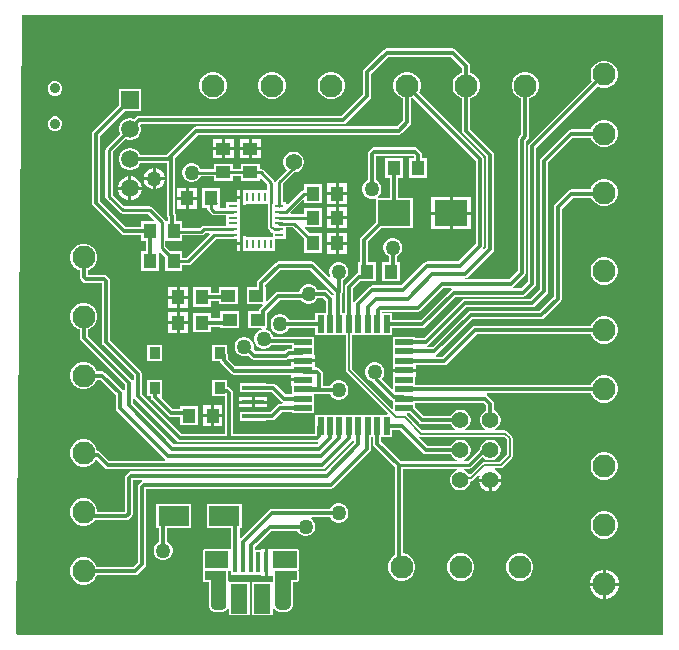
<source format=gtl>
G04*
G04 #@! TF.GenerationSoftware,Altium Limited,Altium Designer,23.3.1 (30)*
G04*
G04 Layer_Physical_Order=1*
G04 Layer_Color=255*
%FSLAX25Y25*%
%MOIN*%
G70*
G04*
G04 #@! TF.SameCoordinates,C0566122-47CB-4EAD-8267-09603FDD0119*
G04*
G04*
G04 #@! TF.FilePolarity,Positive*
G04*
G01*
G75*
%ADD12C,0.00600*%
%ADD15C,0.01000*%
%ADD37R,0.04488X0.05000*%
%ADD38R,0.03543X0.03937*%
%ADD39R,0.07480X0.01575*%
%ADD40R,0.05000X0.04488*%
%ADD41R,0.11024X0.08661*%
%ADD42R,0.02165X0.05906*%
%ADD43R,0.05906X0.02165*%
%ADD44R,0.04921X0.04331*%
%ADD45R,0.05610X0.09843*%
%ADD46R,0.01575X0.06890*%
%ADD47R,0.03110X0.01024*%
%ADD48R,0.01024X0.03110*%
%ADD49R,0.10433X0.06890*%
%ADD50C,0.01300*%
%ADD51C,0.01299*%
%ADD52C,0.01200*%
%ADD53C,0.03543*%
%ADD54C,0.05937*%
%ADD55R,0.05937X0.05937*%
%ADD56C,0.07677*%
%ADD57C,0.05512*%
%ADD58O,0.04724X0.09449*%
%ADD59O,0.02874X0.05748*%
%ADD60C,0.05000*%
G36*
X386500Y110000D02*
X171355D01*
X171003Y110355D01*
X173000Y316500D01*
X386500D01*
Y110000D01*
D02*
G37*
%LPC*%
G36*
X294500Y305377D02*
X293973Y305272D01*
X293527Y304973D01*
X287027Y298473D01*
X286728Y298027D01*
X286624Y297500D01*
Y290070D01*
X279430Y282876D01*
X212012D01*
X211485Y282772D01*
X211038Y282473D01*
X210384Y281819D01*
X210349Y281840D01*
X209416Y282090D01*
X208450D01*
X207517Y281840D01*
X206680Y281357D01*
X205997Y280674D01*
X205515Y279837D01*
X205264Y278904D01*
Y277938D01*
X205515Y277005D01*
X205614Y276833D01*
X201135Y272353D01*
X200870Y271956D01*
X200777Y271488D01*
Y256000D01*
X200870Y255532D01*
X201135Y255135D01*
X205635Y250635D01*
X206032Y250370D01*
X206500Y250276D01*
X214993D01*
X217108Y248162D01*
X216916Y247700D01*
X212556D01*
Y245877D01*
X207570D01*
X198876Y254570D01*
Y276261D01*
X207211Y284595D01*
X212601D01*
Y291932D01*
X205264D01*
Y286542D01*
X196527Y277804D01*
X196228Y277358D01*
X196124Y276831D01*
Y254000D01*
X196228Y253473D01*
X196527Y253027D01*
X206027Y243527D01*
X206473Y243228D01*
X207000Y243124D01*
X212556D01*
Y241300D01*
X214124D01*
Y237700D01*
X212560D01*
Y231300D01*
X218448D01*
X218448Y237320D01*
Y237340D01*
Y237340D01*
X218448Y237367D01*
X218535Y237403D01*
X218948Y237574D01*
X220552Y235970D01*
Y231300D01*
X226441D01*
Y233149D01*
X228372D01*
X228840Y233242D01*
X229237Y233507D01*
X237586Y241855D01*
X243244D01*
X243303Y241867D01*
X244567D01*
Y240744D01*
X245579D01*
Y242799D01*
X245499D01*
Y243835D01*
Y245804D01*
Y247772D01*
Y249741D01*
Y251709D01*
Y253201D01*
X245579D01*
Y255256D01*
X244567D01*
Y254133D01*
X240989D01*
Y252223D01*
X239412D01*
X238944Y252300D01*
Y258700D01*
X233056D01*
Y252300D01*
X234776D01*
Y252000D01*
X234870Y251532D01*
X235135Y251135D01*
X236135Y250135D01*
X236532Y249870D01*
X237000Y249777D01*
X240989D01*
Y246271D01*
X233547D01*
X233079Y246178D01*
X232682Y245912D01*
X232237Y245468D01*
X226436D01*
Y247700D01*
X224440D01*
Y249436D01*
X224440Y249436D01*
X224336Y249963D01*
X224037Y250410D01*
X224037Y250410D01*
X223877Y250570D01*
Y268930D01*
X231570Y276624D01*
X298500D01*
X299027Y276728D01*
X299473Y277027D01*
X302288Y279842D01*
X302587Y280288D01*
X302691Y280815D01*
Y288670D01*
X303067Y288771D01*
X303204Y288850D01*
X324124Y267930D01*
Y240070D01*
X318430Y234377D01*
X308000D01*
X308000Y234377D01*
X307473Y234272D01*
X307027Y233973D01*
X299430Y226377D01*
X289762D01*
X289761Y226377D01*
X289235Y226272D01*
X288788Y225973D01*
X284102Y221287D01*
X283803Y220840D01*
X283802Y220833D01*
X283302Y220882D01*
Y225355D01*
X285720Y227773D01*
X286410D01*
X286543Y227800D01*
X290948D01*
Y234200D01*
X288376D01*
Y241060D01*
X292786Y245469D01*
X303263D01*
Y255531D01*
X298384D01*
Y262300D01*
X299952D01*
Y268700D01*
X294064D01*
Y262300D01*
X295631D01*
Y255531D01*
X291734D01*
X291654Y255651D01*
X291556Y256031D01*
X292061Y256535D01*
X292482Y257265D01*
X292700Y258079D01*
Y258921D01*
X292482Y259735D01*
X292061Y260465D01*
X291465Y261061D01*
X290877Y261400D01*
Y269623D01*
X303430D01*
X303624Y269430D01*
Y268700D01*
X302056D01*
Y262300D01*
X307944D01*
Y268700D01*
X306377D01*
Y270000D01*
X306272Y270527D01*
X305973Y270973D01*
X305973Y270973D01*
X304973Y271973D01*
X304527Y272272D01*
X304000Y272376D01*
X290262D01*
X290262Y272376D01*
X289735Y272272D01*
X289288Y271973D01*
X289288Y271973D01*
X288527Y271212D01*
X288228Y270765D01*
X288123Y270238D01*
Y261400D01*
X287535Y261061D01*
X286939Y260465D01*
X286518Y259735D01*
X286300Y258921D01*
Y258079D01*
X286518Y257265D01*
X286939Y256535D01*
X287535Y255939D01*
X288265Y255518D01*
X289079Y255300D01*
X289921D01*
X290339Y255412D01*
X290839Y255028D01*
Y247416D01*
X286027Y242603D01*
X285728Y242157D01*
X285624Y241630D01*
Y234200D01*
X285060D01*
Y230508D01*
X284623Y230422D01*
X284177Y230123D01*
X284177Y230123D01*
X280952Y226899D01*
X280654Y226452D01*
X280549Y225925D01*
Y217082D01*
X279719D01*
Y223709D01*
X279772Y223787D01*
X279876Y224314D01*
Y228100D01*
X280465Y228439D01*
X281061Y229035D01*
X281482Y229765D01*
X281700Y230579D01*
Y231421D01*
X281482Y232235D01*
X281061Y232965D01*
X280465Y233561D01*
X279735Y233982D01*
X278921Y234200D01*
X278079D01*
X277265Y233982D01*
X276535Y233561D01*
X275939Y232965D01*
X275518Y232235D01*
X275300Y231421D01*
Y230579D01*
X275518Y229765D01*
X275695Y229459D01*
X275294Y229152D01*
X270473Y233973D01*
X270027Y234272D01*
X269500Y234377D01*
X258500D01*
X257973Y234272D01*
X257527Y233973D01*
X251653Y228099D01*
X251354Y227653D01*
X251250Y227126D01*
Y225865D01*
X247839D01*
Y220135D01*
X253035D01*
X253226Y219673D01*
X252337Y218784D01*
X252039Y218337D01*
X251945Y217865D01*
X248339D01*
Y212135D01*
X252769D01*
X252835Y211635D01*
X252265Y211482D01*
X251535Y211061D01*
X250939Y210465D01*
X250518Y209735D01*
X250300Y208921D01*
Y208079D01*
X250518Y207265D01*
X250939Y206535D01*
X251535Y205939D01*
X252265Y205518D01*
X253079Y205300D01*
X253921D01*
X254735Y205518D01*
X255465Y205939D01*
X256061Y206535D01*
X256086Y206580D01*
X262918D01*
Y205318D01*
X261941D01*
X261941Y205318D01*
X261415Y205213D01*
X260968Y204915D01*
X260430Y204376D01*
X250863D01*
X250086Y205154D01*
X250200Y205579D01*
Y206421D01*
X249982Y207235D01*
X249561Y207965D01*
X248965Y208561D01*
X248235Y208982D01*
X247421Y209200D01*
X246579D01*
X245765Y208982D01*
X245035Y208561D01*
X244439Y207965D01*
X244018Y207235D01*
X243800Y206421D01*
Y205579D01*
X244018Y204765D01*
X244439Y204035D01*
X245035Y203439D01*
X245765Y203018D01*
X246579Y202800D01*
X247421D01*
X248235Y203018D01*
X248294Y203052D01*
X249320Y202027D01*
X249766Y201728D01*
X250293Y201624D01*
X261000D01*
X261527Y201728D01*
X261973Y202027D01*
X262118Y202171D01*
X262618Y201964D01*
Y201724D01*
X270524D01*
Y203307D01*
X270223D01*
Y205741D01*
Y209306D01*
X266271D01*
X266138Y209333D01*
X256590D01*
X256482Y209735D01*
X256061Y210465D01*
X255465Y211061D01*
X254735Y211482D01*
X254165Y211635D01*
X254231Y212135D01*
X254661D01*
Y216382D01*
X254687Y216515D01*
Y217241D01*
X258974Y221527D01*
X265948D01*
X266535Y220939D01*
X267265Y220518D01*
X268079Y220300D01*
X268921D01*
X269735Y220518D01*
X270465Y220939D01*
X271061Y221535D01*
X271400Y222124D01*
X273430D01*
X274250Y221304D01*
Y217082D01*
X270694D01*
Y214877D01*
X261900D01*
X261561Y215465D01*
X260965Y216061D01*
X260235Y216482D01*
X259421Y216700D01*
X258579D01*
X257765Y216482D01*
X257035Y216061D01*
X256439Y215465D01*
X256018Y214735D01*
X255800Y213921D01*
Y213079D01*
X256018Y212265D01*
X256439Y211535D01*
X257035Y210939D01*
X257765Y210518D01*
X258579Y210300D01*
X259421D01*
X260235Y210518D01*
X260965Y210939D01*
X261561Y211535D01*
X261900Y212123D01*
X270694D01*
Y209776D01*
X280906D01*
Y198075D01*
X280983Y197685D01*
X281204Y197354D01*
X294873Y183686D01*
X294681Y183224D01*
X270694D01*
Y179271D01*
X270667Y179138D01*
Y176876D01*
X243376D01*
Y190515D01*
X243271Y191041D01*
X242973Y191488D01*
X242212Y192249D01*
X241765Y192547D01*
X241298Y192640D01*
Y194763D01*
X236355D01*
Y189426D01*
X240624D01*
Y176876D01*
X226070D01*
X212877Y190070D01*
Y197000D01*
X212877Y197000D01*
X212772Y197527D01*
X212473Y197973D01*
X202377Y208070D01*
Y227738D01*
X202377Y227738D01*
X202272Y228265D01*
X201973Y228712D01*
X201973Y228712D01*
X201212Y229473D01*
X200765Y229772D01*
X200238Y229876D01*
X194876D01*
Y231355D01*
X195252Y231456D01*
X196287Y232053D01*
X197132Y232898D01*
X197729Y233933D01*
X198039Y235087D01*
Y236282D01*
X197729Y237437D01*
X197132Y238472D01*
X196287Y239317D01*
X195252Y239914D01*
X194097Y240224D01*
X192903D01*
X191748Y239914D01*
X190713Y239317D01*
X189868Y238472D01*
X189271Y237437D01*
X188961Y236282D01*
Y235087D01*
X189271Y233933D01*
X189868Y232898D01*
X190713Y232053D01*
X191748Y231456D01*
X192124Y231355D01*
Y229261D01*
X192228Y228735D01*
X192527Y228288D01*
X193288Y227527D01*
X193288Y227527D01*
X193735Y227228D01*
X194262Y227123D01*
X194262Y227123D01*
X199624D01*
Y207500D01*
X199728Y206973D01*
X200027Y206527D01*
X210123Y196430D01*
Y195035D01*
X210048Y194984D01*
X209473Y194973D01*
X209473Y194973D01*
X194876Y209570D01*
Y211670D01*
X195252Y211771D01*
X196287Y212368D01*
X197132Y213213D01*
X197729Y214248D01*
X198039Y215402D01*
Y216598D01*
X197729Y217752D01*
X197132Y218787D01*
X196287Y219632D01*
X195252Y220229D01*
X194097Y220538D01*
X192903D01*
X191748Y220229D01*
X190713Y219632D01*
X189868Y218787D01*
X189271Y217752D01*
X188961Y216598D01*
Y215402D01*
X189271Y214248D01*
X189868Y213213D01*
X190713Y212368D01*
X191748Y211771D01*
X192124Y211670D01*
Y209000D01*
X192228Y208473D01*
X192527Y208027D01*
X207123Y193430D01*
Y191400D01*
X206624Y191249D01*
X206473Y191473D01*
X200658Y197288D01*
X200212Y197587D01*
X199685Y197691D01*
X197830D01*
X197729Y198067D01*
X197132Y199102D01*
X196287Y199947D01*
X195252Y200544D01*
X194097Y200853D01*
X192903D01*
X191748Y200544D01*
X190713Y199947D01*
X189868Y199102D01*
X189271Y198067D01*
X188961Y196913D01*
Y195718D01*
X189271Y194563D01*
X189868Y193528D01*
X190713Y192683D01*
X191748Y192086D01*
X192903Y191776D01*
X194097D01*
X195252Y192086D01*
X196287Y192683D01*
X197132Y193528D01*
X197729Y194563D01*
X197830Y194939D01*
X199115D01*
X204124Y189930D01*
Y185500D01*
X204228Y184973D01*
X204527Y184527D01*
X220527Y168527D01*
X220752Y168376D01*
X220600Y167876D01*
X202020D01*
X199241Y170655D01*
X198795Y170954D01*
X198268Y171058D01*
X198039D01*
Y171098D01*
X197729Y172252D01*
X197132Y173287D01*
X196287Y174132D01*
X195252Y174729D01*
X194097Y175039D01*
X192903D01*
X191748Y174729D01*
X190713Y174132D01*
X189868Y173287D01*
X189271Y172252D01*
X188961Y171098D01*
Y169903D01*
X189271Y168748D01*
X189868Y167713D01*
X190713Y166868D01*
X191748Y166271D01*
X192903Y165961D01*
X194097D01*
X195252Y166271D01*
X196287Y166868D01*
X197132Y167713D01*
X197313Y168027D01*
X197912Y168092D01*
X200477Y165527D01*
X200477Y165527D01*
X200923Y165228D01*
X201450Y165124D01*
X273000D01*
X273527Y165228D01*
X273973Y165527D01*
X282898Y174452D01*
X283123Y174789D01*
X283624Y174676D01*
Y174070D01*
X273930Y164376D01*
X209262D01*
X209261Y164376D01*
X208735Y164272D01*
X208288Y163973D01*
X208288Y163973D01*
X207527Y163212D01*
X207228Y162765D01*
X207123Y162239D01*
Y150876D01*
X198039D01*
Y151412D01*
X197729Y152567D01*
X197132Y153602D01*
X196287Y154447D01*
X195252Y155044D01*
X194097Y155354D01*
X192903D01*
X191748Y155044D01*
X190713Y154447D01*
X189868Y153602D01*
X189271Y152567D01*
X188961Y151412D01*
Y150217D01*
X189271Y149063D01*
X189868Y148028D01*
X190713Y147183D01*
X191748Y146586D01*
X192903Y146276D01*
X194097D01*
X195252Y146586D01*
X196287Y147183D01*
X197132Y148028D01*
X197187Y148124D01*
X207738D01*
X208265Y148228D01*
X208712Y148527D01*
X209473Y149288D01*
X209473Y149288D01*
X209772Y149735D01*
X209876Y150261D01*
X209876Y150262D01*
Y161624D01*
X212861D01*
X213013Y161124D01*
X212788Y160973D01*
X212788Y160973D01*
X212027Y160212D01*
X211728Y159765D01*
X211624Y159239D01*
Y134070D01*
X210060Y132506D01*
X197830D01*
X197729Y132882D01*
X197132Y133917D01*
X196287Y134762D01*
X195252Y135359D01*
X194097Y135669D01*
X192903D01*
X191748Y135359D01*
X190713Y134762D01*
X189868Y133917D01*
X189271Y132882D01*
X188961Y131728D01*
Y130533D01*
X189271Y129378D01*
X189868Y128343D01*
X190713Y127498D01*
X191748Y126901D01*
X192903Y126591D01*
X194097D01*
X195252Y126901D01*
X196287Y127498D01*
X197132Y128343D01*
X197729Y129378D01*
X197830Y129753D01*
X210630D01*
X211157Y129858D01*
X211603Y130157D01*
X213973Y132527D01*
X213973Y132527D01*
X214272Y132973D01*
X214376Y133500D01*
X214376Y133500D01*
Y158624D01*
X276000D01*
X276527Y158728D01*
X276973Y159027D01*
X288973Y171027D01*
X289272Y171473D01*
X289376Y172000D01*
Y175918D01*
X289998D01*
Y173626D01*
X290102Y173099D01*
X290401Y172653D01*
X297124Y165930D01*
Y136369D01*
X296713Y136132D01*
X295868Y135287D01*
X295271Y134252D01*
X294961Y133098D01*
Y131903D01*
X295271Y130748D01*
X295868Y129713D01*
X296713Y128868D01*
X297748Y128271D01*
X298903Y127961D01*
X300097D01*
X301252Y128271D01*
X302287Y128868D01*
X303132Y129713D01*
X303729Y130748D01*
X304039Y131903D01*
Y133098D01*
X303729Y134252D01*
X303132Y135287D01*
X302287Y136132D01*
X301252Y136729D01*
X300097Y137039D01*
X299876D01*
Y165277D01*
X317810D01*
X317875Y164777D01*
X317666Y164720D01*
X316878Y164265D01*
X316235Y163622D01*
X315780Y162834D01*
X315544Y161955D01*
Y161045D01*
X315780Y160166D01*
X316235Y159378D01*
X316878Y158735D01*
X317666Y158280D01*
X318545Y158044D01*
X319455D01*
X320334Y158280D01*
X321122Y158735D01*
X321765Y159378D01*
X322220Y160166D01*
X322456Y161045D01*
Y161136D01*
X322656D01*
X323046Y161214D01*
X323377Y161435D01*
X325016Y163074D01*
X325464Y162815D01*
X325246Y162000D01*
X332754D01*
X332500Y162950D01*
X332006Y163806D01*
X331306Y164506D01*
X330484Y164980D01*
X330470Y165027D01*
X330711Y165480D01*
X332500D01*
X332890Y165558D01*
X333221Y165779D01*
X336221Y168779D01*
X336442Y169110D01*
X336520Y169500D01*
Y175500D01*
X336442Y175890D01*
X336221Y176221D01*
X334721Y177721D01*
X334390Y177942D01*
X334000Y178020D01*
X330884D01*
X330750Y178520D01*
X331122Y178735D01*
X331765Y179378D01*
X332220Y180166D01*
X332456Y181045D01*
Y181955D01*
X332220Y182834D01*
X331765Y183622D01*
X331122Y184265D01*
X330377Y184696D01*
Y187000D01*
X330272Y187527D01*
X329973Y187973D01*
X328347Y189599D01*
X327901Y189898D01*
X327794Y189919D01*
X327843Y190419D01*
X362675D01*
X362771Y190063D01*
X363368Y189028D01*
X364213Y188183D01*
X365248Y187586D01*
X366403Y187276D01*
X367598D01*
X368752Y187586D01*
X369787Y188183D01*
X370632Y189028D01*
X371229Y190063D01*
X371539Y191218D01*
Y192412D01*
X371229Y193567D01*
X370632Y194602D01*
X369787Y195447D01*
X368752Y196044D01*
X367598Y196354D01*
X366403D01*
X365248Y196044D01*
X364213Y195447D01*
X363368Y194602D01*
X362771Y193567D01*
X362665Y193172D01*
X304082D01*
Y195992D01*
X304382D01*
Y197575D01*
X296477D01*
Y195992D01*
X296777D01*
Y191942D01*
X296315Y191751D01*
X292795Y195270D01*
X293061Y195535D01*
X293482Y196265D01*
X293700Y197079D01*
Y197921D01*
X293482Y198735D01*
X293061Y199465D01*
X292465Y200061D01*
X291735Y200482D01*
X290921Y200700D01*
X290079D01*
X289265Y200482D01*
X288535Y200061D01*
X287939Y199465D01*
X287518Y198735D01*
X287300Y197921D01*
Y197079D01*
X287518Y196265D01*
X287939Y195535D01*
X288535Y194939D01*
X289265Y194518D01*
X289974Y194328D01*
X290235Y193938D01*
X296087Y188085D01*
X296533Y187787D01*
X296777Y187739D01*
Y185319D01*
X296315Y185127D01*
X282945Y198497D01*
Y209776D01*
X296306D01*
Y212053D01*
X306429D01*
X306956Y212158D01*
X307402Y212456D01*
X317570Y222623D01*
X340000D01*
X340527Y222728D01*
X340973Y223027D01*
X343973Y226027D01*
X344272Y226473D01*
X344376Y227000D01*
Y272115D01*
X364912Y292650D01*
X365248Y292456D01*
X366403Y292146D01*
X367598D01*
X368752Y292456D01*
X369787Y293053D01*
X370632Y293898D01*
X371229Y294933D01*
X371539Y296088D01*
Y297283D01*
X371229Y298437D01*
X370632Y299472D01*
X369787Y300317D01*
X368752Y300914D01*
X367598Y301224D01*
X366403D01*
X365248Y300914D01*
X364213Y300317D01*
X363368Y299472D01*
X362771Y298437D01*
X362461Y297283D01*
Y296088D01*
X362771Y294933D01*
X362965Y294597D01*
X342027Y273658D01*
X341728Y273212D01*
X341623Y272685D01*
Y227570D01*
X339430Y225377D01*
X336900D01*
X336748Y225876D01*
X336973Y226027D01*
X340473Y229527D01*
X340772Y229973D01*
X340877Y230500D01*
X340877Y230500D01*
Y274430D01*
X341658Y275212D01*
X341658Y275212D01*
X341957Y275658D01*
X342061Y276185D01*
Y288670D01*
X342437Y288771D01*
X343472Y289368D01*
X344317Y290213D01*
X344914Y291248D01*
X345224Y292403D01*
Y293598D01*
X344914Y294752D01*
X344317Y295787D01*
X343472Y296632D01*
X342437Y297229D01*
X341283Y297539D01*
X340088D01*
X338933Y297229D01*
X337898Y296632D01*
X337053Y295787D01*
X336456Y294752D01*
X336146Y293598D01*
Y292403D01*
X336456Y291248D01*
X337053Y290213D01*
X337898Y289368D01*
X338933Y288771D01*
X339309Y288670D01*
Y276755D01*
X338527Y275973D01*
X338228Y275527D01*
X338123Y275000D01*
Y231070D01*
X335430Y228377D01*
X320757D01*
X320750Y228873D01*
X321277Y228978D01*
X321723Y229277D01*
X329973Y237527D01*
X330272Y237973D01*
X330377Y238500D01*
Y270000D01*
X330377Y270000D01*
X330272Y270527D01*
X329973Y270973D01*
X322376Y278570D01*
Y288670D01*
X322752Y288771D01*
X323787Y289368D01*
X324632Y290213D01*
X325229Y291248D01*
X325539Y292403D01*
Y293598D01*
X325229Y294752D01*
X324632Y295787D01*
X323787Y296632D01*
X322752Y297229D01*
X322376Y297330D01*
Y299500D01*
X322272Y300027D01*
X321973Y300473D01*
X317473Y304973D01*
X317027Y305272D01*
X316500Y305377D01*
X294500D01*
X294500Y305377D01*
D02*
G37*
G36*
X184421Y294519D02*
X183438D01*
X182529Y294143D01*
X181834Y293447D01*
X181457Y292539D01*
Y291556D01*
X181834Y290647D01*
X182529Y289952D01*
X183438Y289576D01*
X184421D01*
X185329Y289952D01*
X186024Y290647D01*
X186401Y291556D01*
Y292539D01*
X186024Y293447D01*
X185329Y294143D01*
X184421Y294519D01*
D02*
G37*
G36*
X276597Y297539D02*
X275402D01*
X274248Y297229D01*
X273213Y296632D01*
X272368Y295787D01*
X271771Y294752D01*
X271461Y293598D01*
Y292403D01*
X271771Y291248D01*
X272368Y290213D01*
X273213Y289368D01*
X274248Y288771D01*
X275402Y288461D01*
X276597D01*
X277752Y288771D01*
X278787Y289368D01*
X279632Y290213D01*
X280229Y291248D01*
X280539Y292403D01*
Y293598D01*
X280229Y294752D01*
X279632Y295787D01*
X278787Y296632D01*
X277752Y297229D01*
X276597Y297539D01*
D02*
G37*
G36*
X256912D02*
X255717D01*
X254563Y297229D01*
X253528Y296632D01*
X252683Y295787D01*
X252086Y294752D01*
X251776Y293598D01*
Y292403D01*
X252086Y291248D01*
X252683Y290213D01*
X253528Y289368D01*
X254563Y288771D01*
X255717Y288461D01*
X256912D01*
X258067Y288771D01*
X259102Y289368D01*
X259947Y290213D01*
X260544Y291248D01*
X260854Y292403D01*
Y293598D01*
X260544Y294752D01*
X259947Y295787D01*
X259102Y296632D01*
X258067Y297229D01*
X256912Y297539D01*
D02*
G37*
G36*
X237228D02*
X236033D01*
X234878Y297229D01*
X233843Y296632D01*
X232998Y295787D01*
X232401Y294752D01*
X232091Y293598D01*
Y292403D01*
X232401Y291248D01*
X232998Y290213D01*
X233843Y289368D01*
X234878Y288771D01*
X236033Y288461D01*
X237228D01*
X238382Y288771D01*
X239417Y289368D01*
X240262Y290213D01*
X240859Y291248D01*
X241169Y292403D01*
Y293598D01*
X240859Y294752D01*
X240262Y295787D01*
X239417Y296632D01*
X238382Y297229D01*
X237228Y297539D01*
D02*
G37*
G36*
X184421Y282708D02*
X183438D01*
X182529Y282332D01*
X181834Y281636D01*
X181457Y280728D01*
Y279745D01*
X181834Y278836D01*
X182529Y278141D01*
X183438Y277765D01*
X184421D01*
X185329Y278141D01*
X186024Y278836D01*
X186401Y279745D01*
Y280728D01*
X186024Y281636D01*
X185329Y282332D01*
X184421Y282708D01*
D02*
G37*
G36*
X252500Y275240D02*
X249500D01*
Y272496D01*
X252500D01*
Y275240D01*
D02*
G37*
G36*
X243500D02*
X240500D01*
Y272496D01*
X243500D01*
Y275240D01*
D02*
G37*
G36*
X248500D02*
X245500D01*
Y272496D01*
X248500D01*
Y275240D01*
D02*
G37*
G36*
X239500D02*
X236500D01*
Y272496D01*
X239500D01*
Y275240D01*
D02*
G37*
G36*
X367598Y281539D02*
X366403D01*
X365248Y281229D01*
X364213Y280632D01*
X363368Y279787D01*
X362771Y278752D01*
X362670Y278377D01*
X356000D01*
X355473Y278272D01*
X355027Y277973D01*
X346027Y268973D01*
X345728Y268527D01*
X345623Y268000D01*
Y225070D01*
X342430Y221877D01*
X320500D01*
X319973Y221772D01*
X319527Y221473D01*
X306954Y208900D01*
X304082D01*
Y209306D01*
X296777D01*
Y205741D01*
Y202591D01*
Y200157D01*
X296477D01*
Y198575D01*
X304382D01*
Y199848D01*
X313724D01*
X314251Y199953D01*
X314698Y200251D01*
X324570Y210123D01*
X362670D01*
X362771Y209748D01*
X363368Y208713D01*
X364213Y207868D01*
X365248Y207271D01*
X366403Y206961D01*
X367598D01*
X368752Y207271D01*
X369787Y207868D01*
X370632Y208713D01*
X371229Y209748D01*
X371539Y210903D01*
Y212098D01*
X371229Y213252D01*
X370632Y214287D01*
X369787Y215132D01*
X368752Y215729D01*
X367598Y216039D01*
X366403D01*
X365248Y215729D01*
X364213Y215132D01*
X363368Y214287D01*
X362771Y213252D01*
X362670Y212877D01*
X324000D01*
X323473Y212772D01*
X323027Y212473D01*
X313154Y202601D01*
X310943D01*
X310893Y203101D01*
X310901Y203102D01*
X311347Y203401D01*
X323070Y215124D01*
X346000D01*
X346527Y215228D01*
X346973Y215527D01*
X352473Y221027D01*
X352473Y221027D01*
X352772Y221473D01*
X352876Y222000D01*
Y251930D01*
X356570Y255624D01*
X362755D01*
X362771Y255563D01*
X363368Y254528D01*
X364213Y253683D01*
X365248Y253086D01*
X366403Y252776D01*
X367598D01*
X368752Y253086D01*
X369787Y253683D01*
X370632Y254528D01*
X371229Y255563D01*
X371539Y256717D01*
Y257912D01*
X371229Y259067D01*
X370632Y260102D01*
X369787Y260947D01*
X368752Y261544D01*
X367598Y261854D01*
X366403D01*
X365248Y261544D01*
X364213Y260947D01*
X363368Y260102D01*
X362771Y259067D01*
X362586Y258377D01*
X356000D01*
X355473Y258272D01*
X355027Y257973D01*
X350527Y253473D01*
X350228Y253027D01*
X350124Y252500D01*
Y222570D01*
X345430Y217877D01*
X322500D01*
X321973Y217772D01*
X321527Y217473D01*
X321527Y217473D01*
X309804Y205750D01*
X308092D01*
X308043Y206251D01*
X308050Y206252D01*
X308497Y206550D01*
X321070Y219124D01*
X343000D01*
X343527Y219228D01*
X343973Y219527D01*
X347973Y223527D01*
X347973Y223527D01*
X348272Y223973D01*
X348376Y224500D01*
Y267430D01*
X356570Y275623D01*
X362670D01*
X362771Y275248D01*
X363368Y274213D01*
X364213Y273368D01*
X365248Y272771D01*
X366403Y272461D01*
X367598D01*
X368752Y272771D01*
X369787Y273368D01*
X370632Y274213D01*
X371229Y275248D01*
X371539Y276402D01*
Y277597D01*
X371229Y278752D01*
X370632Y279787D01*
X369787Y280632D01*
X368752Y281229D01*
X367598Y281539D01*
D02*
G37*
G36*
X252500Y271496D02*
X249500D01*
Y268752D01*
X252500D01*
Y271496D01*
D02*
G37*
G36*
X248500D02*
X245500D01*
Y268752D01*
X248500D01*
Y271496D01*
D02*
G37*
G36*
X243500D02*
X240500D01*
Y268752D01*
X243500D01*
Y271496D01*
D02*
G37*
G36*
X239500D02*
X236500D01*
Y268752D01*
X239500D01*
Y271496D01*
D02*
G37*
G36*
X263955Y270956D02*
X263045D01*
X262166Y270720D01*
X261378Y270265D01*
X260735Y269622D01*
X260280Y268834D01*
X260044Y267955D01*
Y267045D01*
X260280Y266166D01*
X260735Y265378D01*
X261191Y264921D01*
X257891Y261621D01*
X257626Y261224D01*
X257580Y260997D01*
X257071D01*
X257052Y261092D01*
X256786Y261489D01*
X253406Y264869D01*
X253009Y265134D01*
X252541Y265228D01*
X252200D01*
Y266948D01*
X245800D01*
Y265228D01*
X243200D01*
Y266948D01*
X236800D01*
Y265224D01*
X232485D01*
X232482Y265235D01*
X232061Y265965D01*
X231465Y266561D01*
X230735Y266982D01*
X229921Y267200D01*
X229079D01*
X228265Y266982D01*
X227535Y266561D01*
X226939Y265965D01*
X226518Y265235D01*
X226300Y264421D01*
Y263579D01*
X226518Y262765D01*
X226939Y262035D01*
X227535Y261439D01*
X228265Y261018D01*
X229079Y260800D01*
X229921D01*
X230735Y261018D01*
X231465Y261439D01*
X232061Y262035D01*
X232482Y262765D01*
X232485Y262776D01*
X236800D01*
Y261060D01*
X243200D01*
Y262780D01*
X245800D01*
Y261060D01*
X252200D01*
Y261961D01*
X252662Y262153D01*
X254698Y260117D01*
Y258011D01*
X247590D01*
Y258311D01*
X246579D01*
Y255756D01*
Y253201D01*
X247590D01*
Y253501D01*
X254772D01*
X254881Y253338D01*
Y245966D01*
X254959Y245575D01*
X255180Y245245D01*
X255638Y244786D01*
X255677Y244591D01*
X255942Y244194D01*
X256339Y243929D01*
X256501Y243897D01*
Y243835D01*
Y242499D01*
X247590D01*
Y242799D01*
X246579D01*
Y240244D01*
Y237689D01*
X247590D01*
Y237989D01*
X257133D01*
Y241867D01*
X261011D01*
Y245777D01*
X263253D01*
X267059Y241970D01*
Y237300D01*
X272948D01*
Y243700D01*
X268790D01*
X267190Y245300D01*
X267397Y245800D01*
X272948D01*
Y252200D01*
X267060D01*
Y250208D01*
X262591D01*
X262400Y250670D01*
X266598Y254867D01*
X267059Y254676D01*
Y253800D01*
X272948D01*
Y260200D01*
X267059D01*
Y258069D01*
X266845D01*
X266377Y257976D01*
X265980Y257710D01*
X261473Y253203D01*
X261011Y253395D01*
Y254133D01*
X259979D01*
Y260249D01*
X263774Y264044D01*
X263955D01*
X264834Y264280D01*
X265622Y264735D01*
X266265Y265378D01*
X266720Y266166D01*
X266956Y267045D01*
Y267955D01*
X266720Y268834D01*
X266265Y269622D01*
X265622Y270265D01*
X264834Y270720D01*
X263955Y270956D01*
D02*
G37*
G36*
X281240Y260500D02*
X278496D01*
Y257500D01*
X281240D01*
Y260500D01*
D02*
G37*
G36*
X277496D02*
X274752D01*
Y257500D01*
X277496D01*
Y260500D01*
D02*
G37*
G36*
X245579Y258311D02*
X244567D01*
Y256256D01*
X245579D01*
Y258311D01*
D02*
G37*
G36*
X231252Y259000D02*
X228508D01*
Y256000D01*
X231252D01*
Y259000D01*
D02*
G37*
G36*
X227508D02*
X224764D01*
Y256000D01*
X227508D01*
Y259000D01*
D02*
G37*
G36*
X281240Y256500D02*
X278496D01*
Y253500D01*
X281240D01*
Y256500D01*
D02*
G37*
G36*
X277496D02*
X274752D01*
Y253500D01*
X277496D01*
Y256500D01*
D02*
G37*
G36*
X231252Y255000D02*
X228508D01*
Y252000D01*
X231252D01*
Y255000D01*
D02*
G37*
G36*
X227508D02*
X224764D01*
Y252000D01*
X227508D01*
Y255000D01*
D02*
G37*
G36*
X322461Y255831D02*
X316449D01*
Y251000D01*
X322461D01*
Y255831D01*
D02*
G37*
G36*
X315449D02*
X309437D01*
Y251000D01*
X315449D01*
Y255831D01*
D02*
G37*
G36*
X281240Y252500D02*
X278496D01*
Y249500D01*
X281240D01*
Y252500D01*
D02*
G37*
G36*
X277496D02*
X274752D01*
Y249500D01*
X277496D01*
Y252500D01*
D02*
G37*
G36*
X281240Y248500D02*
X278496D01*
Y245500D01*
X281240D01*
Y248500D01*
D02*
G37*
G36*
X277496D02*
X274752D01*
Y245500D01*
X277496D01*
Y248500D01*
D02*
G37*
G36*
X322461Y250000D02*
X316449D01*
Y245169D01*
X322461D01*
Y250000D01*
D02*
G37*
G36*
X315449D02*
X309437D01*
Y245169D01*
X315449D01*
Y250000D01*
D02*
G37*
G36*
X281240Y244000D02*
X278496D01*
Y241000D01*
X281240D01*
Y244000D01*
D02*
G37*
G36*
X277496D02*
X274752D01*
Y241000D01*
X277496D01*
Y244000D01*
D02*
G37*
G36*
X245579Y239744D02*
X244567D01*
Y237689D01*
X245579D01*
Y239744D01*
D02*
G37*
G36*
X281240Y240000D02*
X278496D01*
Y237000D01*
X281240D01*
Y240000D01*
D02*
G37*
G36*
X277496D02*
X274752D01*
Y237000D01*
X277496D01*
Y240000D01*
D02*
G37*
G36*
X296921Y242200D02*
X296079D01*
X295265Y241982D01*
X294535Y241561D01*
X293939Y240965D01*
X293518Y240235D01*
X293300Y239421D01*
Y238579D01*
X293518Y237765D01*
X293939Y237035D01*
X294535Y236439D01*
X295124Y236100D01*
Y234200D01*
X293052D01*
Y227800D01*
X298940D01*
Y234200D01*
X297877D01*
Y236100D01*
X298465Y236439D01*
X299061Y237035D01*
X299482Y237765D01*
X299700Y238579D01*
Y239421D01*
X299482Y240235D01*
X299061Y240965D01*
X298465Y241561D01*
X297735Y241982D01*
X296921Y242200D01*
D02*
G37*
G36*
X367598Y235724D02*
X366403D01*
X365248Y235414D01*
X364213Y234817D01*
X363368Y233972D01*
X362771Y232937D01*
X362461Y231783D01*
Y230588D01*
X362771Y229433D01*
X363368Y228398D01*
X364213Y227553D01*
X365248Y226956D01*
X366403Y226646D01*
X367598D01*
X368752Y226956D01*
X369787Y227553D01*
X370632Y228398D01*
X371229Y229433D01*
X371539Y230588D01*
Y231783D01*
X371229Y232937D01*
X370632Y233972D01*
X369787Y234817D01*
X368752Y235414D01*
X367598Y235724D01*
D02*
G37*
G36*
X244909Y225865D02*
X238587D01*
Y223877D01*
X235940D01*
Y225700D01*
X230052D01*
Y219300D01*
X235940D01*
Y221124D01*
X238587D01*
Y220135D01*
X244909D01*
Y225865D01*
D02*
G37*
G36*
X228248Y226000D02*
X225504D01*
Y223000D01*
X228248D01*
Y226000D01*
D02*
G37*
G36*
X224504D02*
X221760D01*
Y223000D01*
X224504D01*
Y226000D01*
D02*
G37*
G36*
X228248Y222000D02*
X225504D01*
Y219000D01*
X228248D01*
Y222000D01*
D02*
G37*
G36*
X224504D02*
X221760D01*
Y219000D01*
X224504D01*
Y222000D01*
D02*
G37*
G36*
X245409Y217865D02*
X239087D01*
Y215376D01*
X235944D01*
Y217200D01*
X230056D01*
Y210800D01*
X235944D01*
Y212624D01*
X239087D01*
Y212135D01*
X245409D01*
Y217865D01*
D02*
G37*
G36*
X228252Y217500D02*
X225508D01*
Y214500D01*
X228252D01*
Y217500D01*
D02*
G37*
G36*
X224508D02*
X221764D01*
Y214500D01*
X224508D01*
Y217500D01*
D02*
G37*
G36*
X228252Y213500D02*
X225508D01*
Y210500D01*
X228252D01*
Y213500D01*
D02*
G37*
G36*
X224508D02*
X221764D01*
Y210500D01*
X224508D01*
Y213500D01*
D02*
G37*
G36*
X219645Y206574D02*
X214702D01*
Y201237D01*
X219645D01*
Y206574D01*
D02*
G37*
G36*
X241298D02*
X236355D01*
Y201237D01*
X238804D01*
X238888Y200814D01*
X239186Y200367D01*
X242527Y197027D01*
X242973Y196728D01*
X243500Y196624D01*
X262618D01*
Y195425D01*
X266571D01*
Y194425D01*
X262618D01*
Y192842D01*
X262918D01*
Y190002D01*
X260944D01*
X257749Y193198D01*
X257302Y193496D01*
X256776Y193601D01*
X254440D01*
Y193712D01*
X245560D01*
Y190737D01*
X254440D01*
Y190848D01*
X256206D01*
X259401Y187653D01*
X259401Y187653D01*
X259814Y187376D01*
X259819Y187340D01*
X259527Y186876D01*
X259000D01*
X258473Y186772D01*
X258027Y186473D01*
X258027Y186473D01*
X255705Y184152D01*
X254440D01*
Y184263D01*
X245560D01*
Y181288D01*
X254440D01*
Y181399D01*
X256276D01*
X256802Y181504D01*
X257249Y181802D01*
X259570Y184124D01*
X262918D01*
Y183694D01*
X270223D01*
Y186843D01*
Y190124D01*
X275600D01*
X275939Y189535D01*
X276535Y188939D01*
X277265Y188518D01*
X278079Y188300D01*
X278921D01*
X279735Y188518D01*
X280465Y188939D01*
X281061Y189535D01*
X281482Y190265D01*
X281700Y191079D01*
Y191921D01*
X281482Y192735D01*
X281061Y193465D01*
X280465Y194061D01*
X279735Y194482D01*
X278921Y194700D01*
X278079D01*
X277265Y194482D01*
X276535Y194061D01*
X275939Y193465D01*
X275600Y192876D01*
X273376D01*
Y196880D01*
X273376Y196881D01*
X273272Y197407D01*
X272973Y197854D01*
X272973Y197854D01*
X272212Y198615D01*
X271765Y198914D01*
X271238Y199019D01*
X270972D01*
X270524Y199142D01*
Y200724D01*
X262618D01*
Y199376D01*
X244070D01*
X241536Y201911D01*
Y203151D01*
X241431Y203678D01*
X241298Y203877D01*
Y206574D01*
D02*
G37*
G36*
X254740Y189287D02*
X250500D01*
Y188000D01*
X254740D01*
Y189287D01*
D02*
G37*
G36*
X249500D02*
X245260D01*
Y188000D01*
X249500D01*
Y189287D01*
D02*
G37*
G36*
X254740Y187000D02*
X250500D01*
Y185713D01*
X254740D01*
Y187000D01*
D02*
G37*
G36*
X249500D02*
X245260D01*
Y185713D01*
X249500D01*
Y187000D01*
D02*
G37*
G36*
X239744Y186500D02*
X237000D01*
Y183500D01*
X239744D01*
Y186500D01*
D02*
G37*
G36*
X236000D02*
X233256D01*
Y183500D01*
X236000D01*
Y186500D01*
D02*
G37*
G36*
X219645Y194763D02*
X214702D01*
Y189426D01*
X215970D01*
Y189154D01*
X216075Y188627D01*
X216373Y188180D01*
X221788Y182766D01*
X221788Y182766D01*
X222235Y182468D01*
X222761Y182363D01*
X225564D01*
Y179800D01*
X231452D01*
Y186200D01*
X225564D01*
Y185115D01*
X223331D01*
X219462Y188984D01*
X219645Y189426D01*
X219645D01*
Y194763D01*
D02*
G37*
G36*
X239744Y182500D02*
X237000D01*
Y179500D01*
X239744D01*
Y182500D01*
D02*
G37*
G36*
X236000D02*
X233256D01*
Y179500D01*
X236000D01*
Y182500D01*
D02*
G37*
G36*
X367598Y170724D02*
X366403D01*
X365248Y170414D01*
X364213Y169817D01*
X363368Y168972D01*
X362771Y167937D01*
X362461Y166782D01*
Y165587D01*
X362771Y164433D01*
X363368Y163398D01*
X364213Y162553D01*
X365248Y161956D01*
X366403Y161646D01*
X367598D01*
X368752Y161956D01*
X369787Y162553D01*
X370632Y163398D01*
X371229Y164433D01*
X371539Y165587D01*
Y166782D01*
X371229Y167937D01*
X370632Y168972D01*
X369787Y169817D01*
X368752Y170414D01*
X367598Y170724D01*
D02*
G37*
G36*
X332754Y161000D02*
X329500D01*
Y157746D01*
X330450Y158000D01*
X331306Y158494D01*
X332006Y159194D01*
X332500Y160050D01*
X332754Y161000D01*
D02*
G37*
G36*
X328500D02*
X325246D01*
X325500Y160050D01*
X325994Y159194D01*
X326694Y158494D01*
X327550Y158000D01*
X328500Y157746D01*
Y161000D01*
D02*
G37*
G36*
X278921Y153700D02*
X278079D01*
X277265Y153482D01*
X276535Y153061D01*
X275939Y152465D01*
X275600Y151876D01*
X256303D01*
X255777Y151772D01*
X255330Y151473D01*
X255330Y151473D01*
X245969Y142112D01*
X245469Y142320D01*
Y145355D01*
X246346D01*
Y153645D01*
X234513D01*
Y145355D01*
X242716D01*
Y138568D01*
X242278Y138322D01*
X242147Y138351D01*
X242003Y138447D01*
X241730Y138501D01*
X239805D01*
X239663Y138529D01*
X239522Y138501D01*
X233856D01*
X233583Y138447D01*
X233352Y138292D01*
X233197Y138060D01*
X233143Y137787D01*
Y132039D01*
X233197Y131766D01*
X233343Y131547D01*
X233197Y131328D01*
X233143Y131055D01*
Y128299D01*
X233197Y128026D01*
X233352Y127795D01*
X233583Y127640D01*
X233856Y127585D01*
X235209D01*
Y119835D01*
X235213Y119818D01*
X235210Y119801D01*
X235214Y119718D01*
X235218Y119635D01*
X235226Y119602D01*
X235225Y119568D01*
X235236Y119486D01*
X235243Y119467D01*
X235243Y119447D01*
X235259Y119368D01*
X235264Y119356D01*
X235264Y119343D01*
X235284Y119260D01*
X235293Y119241D01*
X235295Y119220D01*
X235318Y119141D01*
X235329Y119122D01*
X235332Y119100D01*
X235360Y119025D01*
X235365Y119016D01*
X235367Y119007D01*
X235398Y118928D01*
X235411Y118909D01*
X235416Y118887D01*
X235452Y118813D01*
X235465Y118794D01*
X235473Y118772D01*
X235512Y118701D01*
X235522Y118689D01*
X235527Y118675D01*
X235570Y118604D01*
X235577Y118597D01*
X235580Y118589D01*
X235623Y118522D01*
X235643Y118501D01*
X235655Y118476D01*
X235707Y118409D01*
X235725Y118393D01*
X235736Y118372D01*
X235792Y118309D01*
X235801Y118302D01*
X235807Y118292D01*
X235862Y118234D01*
X235882Y118219D01*
X235897Y118199D01*
X235956Y118144D01*
X235966Y118137D01*
X235973Y118128D01*
X236036Y118073D01*
X236057Y118061D01*
X236072Y118043D01*
X236139Y117992D01*
X236165Y117980D01*
X236185Y117960D01*
X236252Y117917D01*
X236261Y117913D01*
X236268Y117907D01*
X236338Y117863D01*
X236353Y117858D01*
X236364Y117849D01*
X236435Y117809D01*
X236457Y117802D01*
X236476Y117788D01*
X236551Y117753D01*
X236573Y117747D01*
X236591Y117735D01*
X236670Y117703D01*
X236680Y117702D01*
X236688Y117696D01*
X236763Y117669D01*
X236785Y117665D01*
X236805Y117655D01*
X236883Y117631D01*
X236904Y117629D01*
X236923Y117621D01*
X237006Y117601D01*
X237019Y117600D01*
X237031Y117595D01*
X237110Y117580D01*
X237130Y117580D01*
X237149Y117573D01*
X237232Y117561D01*
X237266Y117563D01*
X237299Y117555D01*
X237381Y117551D01*
X237464Y117547D01*
X237481Y117550D01*
X237498Y117546D01*
X238386D01*
X238482Y117533D01*
X238579Y117546D01*
X239467D01*
X239483Y117550D01*
X239500Y117547D01*
X239583Y117551D01*
X239666Y117555D01*
X239699Y117563D01*
X239733Y117561D01*
X239816Y117573D01*
X239834Y117580D01*
X239855Y117580D01*
X239933Y117595D01*
X239945Y117600D01*
X239959Y117601D01*
X240041Y117621D01*
X240060Y117629D01*
X240081Y117631D01*
X240160Y117655D01*
X240179Y117665D01*
X240201Y117669D01*
X240276Y117696D01*
X240285Y117702D01*
X240295Y117703D01*
X240373Y117735D01*
X240392Y117747D01*
X240414Y117753D01*
X240489Y117788D01*
X240507Y117802D01*
X240530Y117809D01*
X240601Y117849D01*
X240612Y117858D01*
X240626Y117863D01*
X240697Y117907D01*
X240704Y117913D01*
X240712Y117917D01*
X240779Y117960D01*
X240800Y117980D01*
X240825Y117992D01*
X240892Y118043D01*
X240908Y118061D01*
X240929Y118073D01*
X240992Y118128D01*
X240999Y118137D01*
X241009Y118143D01*
X241068Y118199D01*
X241082Y118219D01*
X241103Y118233D01*
X241158Y118292D01*
X241164Y118302D01*
X241173Y118309D01*
X241228Y118372D01*
X241591Y118462D01*
X241653Y118458D01*
X241824Y118424D01*
X241916Y118363D01*
Y116379D01*
X248926D01*
Y127621D01*
X242255D01*
X241916Y127621D01*
X241755Y128055D01*
Y131055D01*
X242003Y131380D01*
X242105Y131448D01*
X242537Y131283D01*
X242605Y131226D01*
Y129961D01*
X252541D01*
Y129661D01*
X253829D01*
Y134106D01*
Y138551D01*
X252541D01*
Y138251D01*
X250587D01*
Y139140D01*
X256070Y144624D01*
X264600D01*
X264939Y144035D01*
X265535Y143439D01*
X266265Y143018D01*
X267079Y142800D01*
X267921D01*
X268735Y143018D01*
X269465Y143439D01*
X270061Y144035D01*
X270482Y144765D01*
X270700Y145579D01*
Y146421D01*
X270482Y147235D01*
X270061Y147965D01*
X269465Y148561D01*
X269356Y148624D01*
X269490Y149124D01*
X275600D01*
X275939Y148535D01*
X276535Y147939D01*
X277265Y147518D01*
X278079Y147300D01*
X278921D01*
X279735Y147518D01*
X280465Y147939D01*
X281061Y148535D01*
X281482Y149265D01*
X281700Y150079D01*
Y150921D01*
X281482Y151735D01*
X281061Y152465D01*
X280465Y153061D01*
X279735Y153482D01*
X278921Y153700D01*
D02*
G37*
G36*
X367598Y151039D02*
X366403D01*
X365248Y150729D01*
X364213Y150132D01*
X363368Y149287D01*
X362771Y148252D01*
X362461Y147098D01*
Y145903D01*
X362771Y144748D01*
X363368Y143713D01*
X364213Y142868D01*
X365248Y142271D01*
X366403Y141961D01*
X367598D01*
X368752Y142271D01*
X369787Y142868D01*
X370632Y143713D01*
X371229Y144748D01*
X371539Y145903D01*
Y147098D01*
X371229Y148252D01*
X370632Y149287D01*
X369787Y150132D01*
X368752Y150729D01*
X367598Y151039D01*
D02*
G37*
G36*
X229416Y153645D02*
X217583D01*
Y145355D01*
X218623D01*
Y140900D01*
X218035Y140561D01*
X217439Y139965D01*
X217018Y139235D01*
X216800Y138421D01*
Y137579D01*
X217018Y136765D01*
X217439Y136035D01*
X218035Y135439D01*
X218765Y135018D01*
X219579Y134800D01*
X220421D01*
X221235Y135018D01*
X221965Y135439D01*
X222561Y136035D01*
X222982Y136765D01*
X223200Y137579D01*
Y138421D01*
X222982Y139235D01*
X222561Y139965D01*
X221965Y140561D01*
X221376Y140900D01*
Y145355D01*
X229416D01*
Y153645D01*
D02*
G37*
G36*
X339468Y137039D02*
X338273D01*
X337118Y136729D01*
X336083Y136132D01*
X335238Y135287D01*
X334641Y134252D01*
X334331Y133098D01*
Y131903D01*
X334641Y130748D01*
X335238Y129713D01*
X336083Y128868D01*
X337118Y128271D01*
X338273Y127961D01*
X339468D01*
X340622Y128271D01*
X341657Y128868D01*
X342502Y129713D01*
X343099Y130748D01*
X343409Y131903D01*
Y133098D01*
X343099Y134252D01*
X342502Y135287D01*
X341657Y136132D01*
X340622Y136729D01*
X339468Y137039D01*
D02*
G37*
G36*
X319782D02*
X318587D01*
X317433Y136729D01*
X316398Y136132D01*
X315553Y135287D01*
X314956Y134252D01*
X314646Y133098D01*
Y131903D01*
X314956Y130748D01*
X315553Y129713D01*
X316398Y128868D01*
X317433Y128271D01*
X318587Y127961D01*
X319782D01*
X320937Y128271D01*
X321972Y128868D01*
X322817Y129713D01*
X323414Y130748D01*
X323724Y131903D01*
Y133098D01*
X323414Y134252D01*
X322817Y135287D01*
X321972Y136132D01*
X320937Y136729D01*
X319782Y137039D01*
D02*
G37*
G36*
X367637Y131654D02*
X367500D01*
Y127315D01*
X371839D01*
Y127452D01*
X371509Y128683D01*
X370872Y129786D01*
X369971Y130687D01*
X368868Y131324D01*
X367637Y131654D01*
D02*
G37*
G36*
X366500D02*
X366363D01*
X365132Y131324D01*
X364029Y130687D01*
X363128Y129786D01*
X362491Y128683D01*
X362161Y127452D01*
Y127315D01*
X366500D01*
Y131654D01*
D02*
G37*
G36*
X371839Y126315D02*
X367500D01*
Y121976D01*
X367637D01*
X368868Y122306D01*
X369971Y122943D01*
X370872Y123844D01*
X371509Y124947D01*
X371839Y126178D01*
Y126315D01*
D02*
G37*
G36*
X366500D02*
X362161D01*
Y126178D01*
X362491Y124947D01*
X363128Y123844D01*
X364029Y122943D01*
X365132Y122306D01*
X366363Y121976D01*
X366500D01*
Y126315D01*
D02*
G37*
G36*
X256116Y138551D02*
X256116Y138551D01*
X254829D01*
Y134106D01*
Y129661D01*
X256116D01*
Y130525D01*
X256559Y130778D01*
X256666Y130698D01*
Y128054D01*
X256505Y127621D01*
X256166Y127621D01*
X249495D01*
Y116379D01*
X256505D01*
Y118364D01*
X256597Y118425D01*
X256768Y118459D01*
X256831Y118462D01*
X257193Y118372D01*
X257248Y118309D01*
X257258Y118302D01*
X257264Y118292D01*
X257319Y118234D01*
X257339Y118219D01*
X257354Y118199D01*
X257413Y118143D01*
X257422Y118137D01*
X257430Y118128D01*
X257493Y118073D01*
X257513Y118061D01*
X257529Y118043D01*
X257596Y117992D01*
X257622Y117980D01*
X257642Y117960D01*
X257709Y117917D01*
X257717Y117913D01*
X257724Y117907D01*
X257795Y117863D01*
X257809Y117858D01*
X257821Y117849D01*
X257892Y117809D01*
X257914Y117802D01*
X257933Y117788D01*
X258008Y117753D01*
X258029Y117747D01*
X258048Y117735D01*
X258127Y117703D01*
X258137Y117702D01*
X258145Y117696D01*
X258220Y117669D01*
X258242Y117665D01*
X258261Y117655D01*
X258340Y117631D01*
X258361Y117629D01*
X258380Y117621D01*
X258463Y117601D01*
X258476Y117600D01*
X258488Y117595D01*
X258567Y117580D01*
X258587Y117580D01*
X258606Y117573D01*
X258688Y117561D01*
X258722Y117563D01*
X258755Y117555D01*
X258838Y117551D01*
X258838D01*
X258921Y117547D01*
X258938Y117550D01*
X258955Y117546D01*
X259842D01*
X259939Y117533D01*
X260035Y117546D01*
X260923D01*
X260940Y117550D01*
X260957Y117547D01*
X261122Y117555D01*
X261156Y117563D01*
X261190Y117561D01*
X261272Y117573D01*
X261291Y117580D01*
X261311Y117580D01*
X261390Y117595D01*
X261402Y117600D01*
X261415Y117601D01*
X261498Y117621D01*
X261517Y117629D01*
X261538Y117631D01*
X261616Y117655D01*
X261636Y117665D01*
X261658Y117669D01*
X261733Y117696D01*
X261741Y117702D01*
X261751Y117703D01*
X261830Y117735D01*
X261849Y117747D01*
X261871Y117753D01*
X261945Y117788D01*
X261964Y117802D01*
X261986Y117809D01*
X262057Y117849D01*
X262069Y117858D01*
X262083Y117863D01*
X262154Y117907D01*
X262160Y117913D01*
X262169Y117917D01*
X262236Y117960D01*
X262257Y117980D01*
X262282Y117992D01*
X262349Y118043D01*
X262365Y118061D01*
X262385Y118073D01*
X262448Y118128D01*
X262456Y118137D01*
X262465Y118144D01*
X262524Y118199D01*
X262539Y118219D01*
X262559Y118233D01*
X262614Y118292D01*
X262620Y118302D01*
X262630Y118309D01*
X262685Y118372D01*
X262697Y118393D01*
X262715Y118409D01*
X262766Y118476D01*
X262778Y118501D01*
X262798Y118522D01*
X262841Y118589D01*
X262845Y118597D01*
X262851Y118604D01*
X262895Y118675D01*
X262900Y118689D01*
X262909Y118701D01*
X262949Y118772D01*
X262956Y118794D01*
X262970Y118813D01*
X263005Y118887D01*
X263011Y118909D01*
X263023Y118928D01*
X263054Y119007D01*
X263056Y119016D01*
X263061Y119025D01*
X263089Y119100D01*
X263092Y119122D01*
X263103Y119141D01*
X263126Y119220D01*
X263128Y119241D01*
X263137Y119260D01*
X263157Y119343D01*
X263157Y119356D01*
X263162Y119368D01*
X263178Y119447D01*
X263178Y119467D01*
X263185Y119486D01*
X263197Y119568D01*
X263195Y119602D01*
X263203Y119635D01*
X263207Y119718D01*
Y119718D01*
X263211Y119801D01*
X263208Y119818D01*
X263212Y119835D01*
Y127585D01*
X264565D01*
X264838Y127640D01*
X265070Y127795D01*
X265224Y128026D01*
X265279Y128299D01*
Y131055D01*
X265224Y131328D01*
X265078Y131547D01*
X265224Y131766D01*
X265279Y132039D01*
Y137787D01*
X265224Y138060D01*
X265070Y138292D01*
X264838Y138447D01*
X264565Y138501D01*
X258900D01*
X258758Y138529D01*
X258616Y138501D01*
X256691D01*
X256616Y138486D01*
X256116Y138551D01*
Y138551D01*
D02*
G37*
%LPD*%
G36*
X319623Y298930D02*
Y297330D01*
X319248Y297229D01*
X318213Y296632D01*
X317368Y295787D01*
X316771Y294752D01*
X316461Y293598D01*
Y292403D01*
X316771Y291248D01*
X317368Y290213D01*
X318213Y289368D01*
X319248Y288771D01*
X319623Y288670D01*
Y278000D01*
X319728Y277473D01*
X320027Y277027D01*
X327624Y269430D01*
Y239070D01*
X327064Y238510D01*
X326675Y238829D01*
X326772Y238973D01*
X326876Y239500D01*
X326876Y239500D01*
Y268500D01*
X326876Y268500D01*
X326772Y269027D01*
X326473Y269473D01*
X326473Y269473D01*
X305235Y290712D01*
X305544Y291248D01*
X305854Y292403D01*
Y293598D01*
X305544Y294752D01*
X304947Y295787D01*
X304102Y296632D01*
X303067Y297229D01*
X301912Y297539D01*
X300717D01*
X299563Y297229D01*
X298528Y296632D01*
X297683Y295787D01*
X297086Y294752D01*
X296776Y293598D01*
Y292403D01*
X297086Y291248D01*
X297683Y290213D01*
X298528Y289368D01*
X299563Y288771D01*
X299939Y288670D01*
Y281385D01*
X297930Y279377D01*
X231000D01*
X231000Y279377D01*
X230473Y279272D01*
X230027Y278973D01*
X230027Y278973D01*
X221527Y270473D01*
X221527Y270473D01*
X221009Y269955D01*
X212362D01*
X212351Y269995D01*
X211869Y270831D01*
X211186Y271514D01*
X210349Y271997D01*
X209416Y272247D01*
X208450D01*
X207517Y271997D01*
X206680Y271514D01*
X205997Y270831D01*
X205515Y269995D01*
X205264Y269062D01*
Y268096D01*
X205515Y267163D01*
X205997Y266326D01*
X206680Y265643D01*
X207517Y265160D01*
X208450Y264910D01*
X209416D01*
X210349Y265160D01*
X211186Y265643D01*
X211869Y266326D01*
X212351Y267163D01*
X212362Y267202D01*
X221124D01*
Y250000D01*
X221228Y249473D01*
X221527Y249027D01*
X221687Y248866D01*
Y247700D01*
X220684D01*
X220630Y247968D01*
X220365Y248365D01*
X216365Y252365D01*
X215968Y252630D01*
X215500Y252724D01*
X207007D01*
X203223Y256507D01*
Y270981D01*
X207344Y275102D01*
X207517Y275003D01*
X208450Y274753D01*
X209416D01*
X210349Y275003D01*
X211186Y275486D01*
X211869Y276169D01*
X212351Y277005D01*
X212601Y277938D01*
Y278904D01*
X212387Y279704D01*
X212656Y280049D01*
X212763Y280123D01*
X280000D01*
X280527Y280228D01*
X280973Y280527D01*
X288973Y288527D01*
X289272Y288973D01*
X289376Y289500D01*
X289376Y289500D01*
Y296930D01*
X295070Y302624D01*
X315930D01*
X319623Y298930D01*
D02*
G37*
G36*
X235631Y243362D02*
X227865Y235596D01*
X226441D01*
Y237700D01*
X222283D01*
X220724Y239259D01*
Y241300D01*
X226436D01*
Y243021D01*
X232744D01*
X233212Y243114D01*
X233609Y243379D01*
X234054Y243824D01*
X235440D01*
X235631Y243362D01*
D02*
G37*
G36*
X276922Y223632D02*
X276873Y223206D01*
X276410Y223037D01*
X274973Y224473D01*
X274527Y224772D01*
X274000Y224876D01*
X271400D01*
X271061Y225465D01*
X270465Y226061D01*
X269735Y226482D01*
X268921Y226700D01*
X268079D01*
X267265Y226482D01*
X266535Y226061D01*
X265939Y225465D01*
X265518Y224735D01*
X265396Y224280D01*
X258403D01*
X258403Y224280D01*
X257877Y224175D01*
X257430Y223877D01*
X257430Y223877D01*
X254623Y221069D01*
X254161Y221260D01*
Y225865D01*
X254002D01*
Y226556D01*
X259070Y231624D01*
X268930D01*
X276922Y223632D01*
D02*
G37*
G36*
X316252Y225124D02*
X316027Y224973D01*
X305859Y214806D01*
X296306D01*
Y217082D01*
X292877D01*
Y217623D01*
X305000D01*
X305527Y217728D01*
X305973Y218027D01*
X313570Y225623D01*
X316100D01*
X316252Y225124D01*
D02*
G37*
G36*
X327624Y186430D02*
Y184696D01*
X326878Y184265D01*
X326235Y183622D01*
X325780Y182834D01*
X325544Y181955D01*
Y181045D01*
X325780Y180166D01*
X326235Y179378D01*
X326878Y178735D01*
X327250Y178520D01*
X327116Y178020D01*
X320884D01*
X320750Y178520D01*
X321122Y178735D01*
X321765Y179378D01*
X322220Y180166D01*
X322456Y181045D01*
Y181955D01*
X322220Y182834D01*
X321765Y183622D01*
X321122Y184265D01*
X320334Y184720D01*
X319455Y184956D01*
X318545D01*
X317666Y184720D01*
X316878Y184265D01*
X316235Y183622D01*
X315804Y182876D01*
X306846D01*
X304082Y185640D01*
Y187250D01*
X326804D01*
X327624Y186430D01*
D02*
G37*
G36*
X305302Y180527D02*
X305749Y180228D01*
X306276Y180124D01*
X315804D01*
X316235Y179378D01*
X316878Y178735D01*
X317250Y178520D01*
X317116Y178020D01*
X306422D01*
X301248Y183194D01*
X301257Y183310D01*
X301413Y183694D01*
X302135D01*
X305302Y180527D01*
D02*
G37*
G36*
X210527Y188527D02*
X224527Y174527D01*
X224527Y174527D01*
X224973Y174228D01*
X225500Y174124D01*
X271282D01*
X271516Y174170D01*
X271763Y173709D01*
X271430Y173376D01*
X223570D01*
X209876Y187070D01*
Y188600D01*
X210377Y188752D01*
X210527Y188527D01*
D02*
G37*
G36*
X305610Y176058D02*
X306000Y175980D01*
X333578D01*
X334480Y175078D01*
Y169922D01*
X332078Y167520D01*
X327000D01*
X326610Y167442D01*
X326279Y167221D01*
X322459Y163401D01*
X321855Y163468D01*
X321765Y163622D01*
X321122Y164265D01*
X320334Y164720D01*
X320125Y164777D01*
X320190Y165277D01*
X322000D01*
X322468Y165370D01*
X322865Y165635D01*
X326421Y169191D01*
X326878Y168735D01*
X327666Y168280D01*
X328545Y168044D01*
X329455D01*
X330334Y168280D01*
X331122Y168735D01*
X331765Y169378D01*
X332220Y170166D01*
X332456Y171045D01*
Y171955D01*
X332220Y172834D01*
X331765Y173622D01*
X331122Y174265D01*
X330334Y174720D01*
X329455Y174956D01*
X328545D01*
X327666Y174720D01*
X326878Y174265D01*
X326235Y173622D01*
X325780Y172834D01*
X325544Y171955D01*
Y171883D01*
X325221Y171667D01*
X324922Y171221D01*
X324905Y171136D01*
X321493Y167724D01*
X320190D01*
X320125Y168224D01*
X320334Y168280D01*
X321122Y168735D01*
X321765Y169378D01*
X322220Y170166D01*
X322456Y171045D01*
Y171955D01*
X322220Y172834D01*
X321765Y173622D01*
X321122Y174265D01*
X320334Y174720D01*
X319455Y174956D01*
X318545D01*
X317666Y174720D01*
X316878Y174265D01*
X316235Y173622D01*
X315804Y172876D01*
X308070D01*
X305248Y175698D01*
X305567Y176086D01*
X305610Y176058D01*
D02*
G37*
G36*
X306527Y170527D02*
X306973Y170228D01*
X307500Y170124D01*
X307500Y170124D01*
X315804D01*
X316235Y169378D01*
X316878Y168735D01*
X317666Y168280D01*
X317875Y168224D01*
X317810Y167724D01*
X299223D01*
X292751Y174196D01*
Y175918D01*
X296306D01*
Y178124D01*
X298930D01*
X306527Y170527D01*
D02*
G37*
%LPC*%
G36*
X217500Y265490D02*
Y262500D01*
X220490D01*
X220262Y263351D01*
X219801Y264149D01*
X219149Y264801D01*
X218351Y265262D01*
X217500Y265490D01*
D02*
G37*
G36*
X216500D02*
X215649Y265262D01*
X214851Y264801D01*
X214199Y264149D01*
X213738Y263351D01*
X213510Y262500D01*
X216500D01*
Y265490D01*
D02*
G37*
G36*
X209455Y262705D02*
X209433D01*
Y259236D01*
X212901D01*
Y259259D01*
X212631Y260268D01*
X212109Y261173D01*
X211370Y261912D01*
X210465Y262434D01*
X209455Y262705D01*
D02*
G37*
G36*
X208433D02*
X208411D01*
X207401Y262434D01*
X206496Y261912D01*
X205757Y261173D01*
X205235Y260268D01*
X204964Y259259D01*
Y259236D01*
X208433D01*
Y262705D01*
D02*
G37*
G36*
X220490Y261500D02*
X217500D01*
Y258510D01*
X218351Y258738D01*
X219149Y259199D01*
X219801Y259851D01*
X220262Y260649D01*
X220490Y261500D01*
D02*
G37*
G36*
X216500D02*
X213510D01*
X213738Y260649D01*
X214199Y259851D01*
X214851Y259199D01*
X215649Y258738D01*
X216500Y258510D01*
Y261500D01*
D02*
G37*
G36*
X212901Y258236D02*
X209433D01*
Y254768D01*
X209455D01*
X210465Y255038D01*
X211370Y255561D01*
X212109Y256299D01*
X212631Y257204D01*
X212901Y258214D01*
Y258236D01*
D02*
G37*
G36*
X208433D02*
X204964D01*
Y258214D01*
X205235Y257204D01*
X205757Y256299D01*
X206496Y255561D01*
X207401Y255038D01*
X208411Y254768D01*
X208433D01*
Y258236D01*
D02*
G37*
%LPD*%
G36*
X241730Y132039D02*
X233856D01*
Y137787D01*
X241730D01*
Y132039D01*
D02*
G37*
G36*
X241041Y119835D02*
X241037Y119752D01*
X241034Y119669D01*
X241022Y119587D01*
X241006Y119508D01*
X240986Y119425D01*
X240963Y119346D01*
X240935Y119272D01*
X240904Y119193D01*
X240868Y119118D01*
X240829Y119047D01*
X240785Y118976D01*
X240742Y118909D01*
X240691Y118842D01*
X240636Y118780D01*
X240581Y118720D01*
X240522Y118665D01*
X240459Y118610D01*
X240392Y118559D01*
X240325Y118516D01*
X240254Y118472D01*
X240183Y118433D01*
X240108Y118398D01*
X240030Y118366D01*
X239955Y118339D01*
X239876Y118315D01*
X239793Y118295D01*
X239715Y118280D01*
X239632Y118268D01*
X239549Y118264D01*
X239467Y118260D01*
X237498D01*
X237415Y118264D01*
X237333Y118268D01*
X237250Y118280D01*
X237171Y118295D01*
X237089Y118315D01*
X237010Y118339D01*
X236935Y118366D01*
X236856Y118398D01*
X236782Y118433D01*
X236711Y118472D01*
X236640Y118516D01*
X236573Y118559D01*
X236506Y118610D01*
X236443Y118665D01*
X236384Y118720D01*
X236329Y118780D01*
X236274Y118842D01*
X236223Y118909D01*
X236179Y118976D01*
X236136Y119047D01*
X236097Y119118D01*
X236061Y119193D01*
X236030Y119272D01*
X236002Y119346D01*
X235978Y119425D01*
X235959Y119508D01*
X235943Y119587D01*
X235931Y119669D01*
X235927Y119752D01*
X235923Y119835D01*
Y128299D01*
X233856D01*
Y131055D01*
X241041D01*
Y119835D01*
D02*
G37*
G36*
X264565Y132039D02*
X256691D01*
Y137787D01*
X264565D01*
Y132039D01*
D02*
G37*
G36*
Y128299D02*
X262498D01*
Y119835D01*
X262494Y119752D01*
X262490Y119669D01*
X262478Y119587D01*
X262463Y119508D01*
X262443Y119425D01*
X262419Y119346D01*
X262392Y119272D01*
X262360Y119193D01*
X262325Y119118D01*
X262285Y119047D01*
X262242Y118976D01*
X262199Y118909D01*
X262148Y118842D01*
X262092Y118780D01*
X262037Y118720D01*
X261978Y118665D01*
X261915Y118610D01*
X261848Y118559D01*
X261782Y118516D01*
X261711Y118472D01*
X261640Y118433D01*
X261565Y118398D01*
X261486Y118366D01*
X261411Y118339D01*
X261333Y118315D01*
X261250Y118295D01*
X261171Y118280D01*
X261089Y118268D01*
X261006Y118264D01*
X260923Y118260D01*
X258955D01*
X258872Y118264D01*
X258789Y118268D01*
X258707Y118280D01*
X258628Y118295D01*
X258545Y118315D01*
X258467Y118339D01*
X258392Y118366D01*
X258313Y118398D01*
X258238Y118433D01*
X258167Y118472D01*
X258097Y118516D01*
X258030Y118559D01*
X257963Y118610D01*
X257900Y118665D01*
X257841Y118720D01*
X257785Y118780D01*
X257730Y118842D01*
X257679Y118909D01*
X257636Y118976D01*
X257593Y119047D01*
X257553Y119118D01*
X257518Y119193D01*
X257486Y119272D01*
X257459Y119346D01*
X257435Y119425D01*
X257415Y119508D01*
X257400Y119587D01*
X257388Y119669D01*
X257384Y119752D01*
X257380Y119835D01*
Y131055D01*
X264565D01*
Y128299D01*
D02*
G37*
D12*
X332500Y166500D02*
X335500Y169500D01*
X322656Y162156D02*
X327000Y166500D01*
X332500D01*
X335500Y169500D02*
Y175500D01*
X297500Y182500D02*
X300500D01*
X306000Y177000D01*
X334000D01*
X335500Y175500D01*
X281925Y198075D02*
Y213429D01*
Y198075D02*
X297500Y182500D01*
X319656Y162156D02*
X322656D01*
X319000Y161500D02*
X319656Y162156D01*
X255901Y245966D02*
Y253972D01*
Y245966D02*
X256807Y245059D01*
D15*
X202000Y256000D02*
Y271488D01*
X206500Y251500D02*
X215500D01*
X202000Y256000D02*
X206500Y251500D01*
X223496Y234372D02*
X228372D01*
X215500Y251500D02*
X219500Y247500D01*
Y238752D02*
Y247500D01*
X223496Y234500D02*
Y234756D01*
X219500Y238752D02*
X223496Y234756D01*
X223492Y244244D02*
X232744D01*
X233547Y245047D01*
X202000Y271488D02*
X208933Y278421D01*
X228372Y234372D02*
X237079Y243079D01*
X243244D01*
X239996Y264000D02*
X240000Y264004D01*
X229500Y264000D02*
X239996D01*
X298500Y166500D02*
X322000D01*
X326194Y170694D01*
X256807Y245059D02*
X258744D01*
X258756Y245047D01*
X255909Y255744D02*
X255921Y255756D01*
X255909Y253980D02*
Y255744D01*
X255901Y253972D02*
X255909Y253980D01*
X255921Y255756D02*
Y260624D01*
X252541Y264004D02*
X255921Y260624D01*
X266845Y256845D02*
X269849D01*
X260965Y250965D02*
X266845Y256845D01*
X258768Y250965D02*
X260965D01*
X269849Y256845D02*
X270004Y257000D01*
X263759Y247000D02*
X270004Y240756D01*
X258772Y247000D02*
X263759D01*
X263500Y265500D02*
Y267500D01*
X236000Y252000D02*
Y255500D01*
X237000Y251000D02*
X243197D01*
X236000Y252000D02*
X237000Y251000D01*
X236000Y255500D02*
X237685Y253815D01*
X233547Y245047D02*
X243244D01*
X240000Y264004D02*
X249000D01*
X252541D01*
X258756Y260756D02*
X263500Y265500D01*
X258756Y248984D02*
X269988D01*
X258756Y250953D02*
X258768Y250965D01*
X258756Y252921D02*
Y260756D01*
D37*
X236500Y183000D02*
D03*
X228508D02*
D03*
X215504Y234500D02*
D03*
X223496D02*
D03*
X228008Y255500D02*
D03*
X236000D02*
D03*
X305000Y265500D02*
D03*
X297008D02*
D03*
X288004Y231000D02*
D03*
X295996D02*
D03*
X225008Y214000D02*
D03*
X233000D02*
D03*
X277996Y249000D02*
D03*
X270004D02*
D03*
X215500Y244500D02*
D03*
X223492D02*
D03*
X277996Y240500D02*
D03*
X270004D02*
D03*
X277996Y257000D02*
D03*
X270004D02*
D03*
X225004Y222500D02*
D03*
X232996D02*
D03*
D38*
X238827Y192095D02*
D03*
X217173D02*
D03*
X238827Y203906D02*
D03*
X217173D02*
D03*
D39*
X250000Y182776D02*
D03*
Y192224D02*
D03*
Y187500D02*
D03*
D40*
X240000Y271996D02*
D03*
Y264004D02*
D03*
X249000Y271996D02*
D03*
Y264004D02*
D03*
D41*
X315949Y250500D02*
D03*
X297051D02*
D03*
D42*
X272476Y213429D02*
D03*
X275626D02*
D03*
X278776D02*
D03*
X281925D02*
D03*
X285075D02*
D03*
X288224D02*
D03*
X291374D02*
D03*
X294524D02*
D03*
Y179571D02*
D03*
X291374D02*
D03*
X288224D02*
D03*
X285075D02*
D03*
X281925D02*
D03*
X278776D02*
D03*
X275626D02*
D03*
X272476D02*
D03*
D43*
X300429Y207524D02*
D03*
Y204374D02*
D03*
Y201224D02*
D03*
Y198075D02*
D03*
Y194925D02*
D03*
Y191776D02*
D03*
Y188626D02*
D03*
Y185476D02*
D03*
X266571D02*
D03*
Y188626D02*
D03*
Y191776D02*
D03*
Y194925D02*
D03*
Y198075D02*
D03*
Y201224D02*
D03*
Y204374D02*
D03*
Y207524D02*
D03*
D44*
X241748Y223000D02*
D03*
X251000D02*
D03*
X242248Y215000D02*
D03*
X251500D02*
D03*
D45*
X253000Y122000D02*
D03*
X245421D02*
D03*
D46*
X254329Y134106D02*
D03*
X251770D02*
D03*
X249211D02*
D03*
X246652D02*
D03*
X244093D02*
D03*
D47*
X243244Y243079D02*
D03*
Y245047D02*
D03*
Y247016D02*
D03*
Y248984D02*
D03*
Y250953D02*
D03*
Y252921D02*
D03*
X258756D02*
D03*
Y250953D02*
D03*
Y248984D02*
D03*
Y247016D02*
D03*
Y245047D02*
D03*
Y243079D02*
D03*
D48*
X246079Y255756D02*
D03*
X248047D02*
D03*
X250016D02*
D03*
X251984D02*
D03*
X253953D02*
D03*
X255921D02*
D03*
Y240244D02*
D03*
X253953D02*
D03*
X251984D02*
D03*
X250016D02*
D03*
X248047D02*
D03*
X246079D02*
D03*
D49*
X240429Y149500D02*
D03*
X223500D02*
D03*
D50*
X247000Y206000D02*
X247293D01*
X250293Y203000D02*
X261000D01*
X247293Y206000D02*
X250293Y203000D01*
X266138Y207956D02*
X266571Y207524D01*
X254044Y207956D02*
X266138D01*
X253500Y208500D02*
X254044Y207956D01*
X261000Y203000D02*
X261941Y203941D01*
X290262Y271000D02*
X304000D01*
X289500Y258500D02*
Y270238D01*
X290262Y271000D01*
X240160Y201340D02*
X243500Y198000D01*
X266496D01*
X240160Y201340D02*
Y203151D01*
X239000Y204311D02*
X240160Y203151D01*
X242000Y175500D02*
X271282D01*
X225500D02*
X242000D01*
X207000Y244500D02*
X215500D01*
X197500Y254000D02*
X207000Y244500D01*
X211500Y189500D02*
X225500Y175500D01*
X211500Y189500D02*
Y197000D01*
X266496Y198000D02*
X266571Y198075D01*
X201000Y207500D02*
X211500Y197000D01*
X194262Y228500D02*
X200238D01*
X193500Y229261D02*
Y235685D01*
X200238Y228500D02*
X201000Y227738D01*
X193500Y229261D02*
X194262Y228500D01*
X201000Y207500D02*
Y227738D01*
X193500Y209000D02*
Y216000D01*
X208500Y186500D02*
Y194000D01*
X193500Y209000D02*
X208500Y194000D01*
Y186500D02*
X223000Y172000D01*
X205500Y185500D02*
Y190500D01*
X199685Y196315D02*
X205500Y190500D01*
X196500Y196315D02*
X199685D01*
X205500Y185500D02*
X221500Y169500D01*
X305000Y265500D02*
Y270000D01*
X304000Y271000D02*
X305000Y270000D01*
X222500Y250000D02*
X223064Y249436D01*
Y244928D02*
Y249436D01*
X222500Y250000D02*
Y269500D01*
X197500Y276831D02*
X208933Y288264D01*
X197500Y254000D02*
Y276831D01*
X215500Y234504D02*
X215504Y234500D01*
X215500Y234504D02*
Y244500D01*
X221579Y268579D02*
X222500Y269500D01*
X231000Y278000D01*
X223064Y244928D02*
X223492Y244500D01*
Y244244D02*
Y244500D01*
X272406Y213500D02*
X272476Y213429D01*
X259000Y213500D02*
X272406D01*
X251500Y215000D02*
X251795D01*
X253311Y216515D02*
Y217811D01*
X258403Y222903D01*
X251795Y215000D02*
X253311Y216515D01*
X258403Y222903D02*
X267903D01*
X261941Y203941D02*
X266138D01*
X220000Y138000D02*
Y146705D01*
X222795Y149500D02*
X223500D01*
X220000Y146705D02*
X222795Y149500D01*
X268905Y191776D02*
X271238D01*
X269180Y191500D02*
X278500D01*
X299996Y189059D02*
X300429Y188626D01*
X297060Y189059D02*
X299996D01*
X291208Y194911D02*
X297060Y189059D01*
X272000Y192537D02*
Y196881D01*
X271238Y197642D02*
X272000Y196881D01*
X267003Y197642D02*
X271238D01*
Y191776D02*
X272000Y192537D01*
X266571Y198075D02*
X267003Y197642D01*
X300429Y188626D02*
X327374D01*
X329000Y187000D01*
Y181500D02*
Y187000D01*
X328194Y170694D02*
X329000Y171500D01*
X326194Y170694D02*
X328194D01*
X278343Y224157D02*
X278500Y224314D01*
Y231000D01*
X267903Y222903D02*
X268500Y223500D01*
X274000D01*
X275626Y221874D01*
Y213429D02*
Y221874D01*
X269500Y233000D02*
X278343Y224157D01*
X252626Y227126D02*
X258500Y233000D01*
X269500D01*
X252626Y223500D02*
Y227126D01*
X278343Y213862D02*
Y224157D01*
X325500Y239500D02*
Y268500D01*
X308000Y233000D02*
X319000D01*
X325500Y239500D01*
X301315Y292685D02*
X325500Y268500D01*
X296500Y231504D02*
Y239000D01*
X295996Y231000D02*
X296500Y231504D01*
X286410Y229150D02*
X288004Y230744D01*
X287000Y232004D02*
X288004Y231000D01*
Y230744D02*
Y231000D01*
X287000Y232004D02*
Y241630D01*
X295870Y250500D01*
X285150Y229150D02*
X286410D01*
X281925Y225925D02*
X285150Y229150D01*
X281925Y213429D02*
Y225925D01*
X256303Y150500D02*
X278500D01*
X300429Y201224D02*
X313724D01*
X324000Y211500D01*
X300449Y191795D02*
X366980D01*
X367000Y191815D01*
X300429Y191776D02*
X300449Y191795D01*
X266138Y203941D02*
X266571Y204374D01*
X249211Y139711D02*
X255500Y146000D01*
X267500D01*
X246652Y140848D02*
X256303Y150500D01*
X244093Y134106D02*
Y147212D01*
X241533Y149100D02*
X242204D01*
X240834Y149095D02*
X241506D01*
X240429Y149500D02*
X240834Y149095D01*
X242204Y149100D02*
X244093Y147212D01*
X241506Y149095D02*
X241533Y149100D01*
X213000Y133500D02*
Y159239D01*
X213761Y160000D01*
X210630Y131130D02*
X213000Y133500D01*
X213761Y160000D02*
X276000D01*
X194815Y149500D02*
X207738D01*
X209261Y163000D02*
X274500D01*
X208500Y150261D02*
Y162239D01*
X207738Y149500D02*
X208500Y150261D01*
Y162239D02*
X209261Y163000D01*
X249211Y134106D02*
Y139711D01*
X246652Y134106D02*
Y140848D01*
X272044Y179138D02*
X272476Y179571D01*
X271282Y175500D02*
X272044Y176261D01*
Y179138D01*
X223000Y172000D02*
X272000D01*
X208933Y268579D02*
X221579D01*
X233000Y214000D02*
X243374D01*
X243874Y214500D01*
X242374Y222500D02*
X243374Y223500D01*
X232996Y222500D02*
X242374D01*
X231000Y278000D02*
X298500D01*
X301315Y280815D01*
X208933Y278421D02*
X212012Y281500D01*
X280000D02*
X288000Y289500D01*
X212012Y281500D02*
X280000D01*
X301315Y292685D02*
Y293000D01*
Y280815D02*
Y292685D01*
X294500Y304000D02*
X316500D01*
X288000Y297500D02*
X294500Y304000D01*
X288000Y289500D02*
Y297500D01*
X321000Y293000D02*
Y299500D01*
X316500Y304000D02*
X321000Y299500D01*
X291374Y213429D02*
X291500Y213555D01*
X292262Y219000D02*
X305000D01*
X291500Y213555D02*
Y218238D01*
X292262Y219000D01*
X288224Y213429D02*
Y219224D01*
X285075Y220313D02*
X289761Y225000D01*
X288224Y219224D02*
X291000Y222000D01*
X285075Y213429D02*
Y220313D01*
X289761Y225000D02*
X300000D01*
X278343Y213862D02*
X278776Y213429D01*
X193500Y131130D02*
X210630D01*
X193500Y150815D02*
X194815Y149500D01*
X194318Y169682D02*
X198268D01*
X201450Y166500D01*
X193500Y170500D02*
X194318Y169682D01*
X300000Y225000D02*
X308000Y233000D01*
X270004Y240500D02*
Y240756D01*
X269988Y248984D02*
X270004Y249000D01*
X275193Y213862D02*
X275626Y213429D01*
X295870Y250500D02*
X297051D01*
X297008Y250543D02*
Y265500D01*
Y250543D02*
X297051Y250500D01*
X291000Y222000D02*
X301500D01*
X309750Y230250D01*
X320750D01*
X305000Y219000D02*
X313000Y227000D01*
X336000D01*
X339500Y230500D01*
X320750Y230250D02*
X329000Y238500D01*
Y270000D01*
X321000Y278000D02*
X329000Y270000D01*
X321000Y278000D02*
Y293000D01*
X339500Y230500D02*
Y275000D01*
X340685Y276185D02*
Y293000D01*
X339500Y275000D02*
X340685Y276185D01*
X294524Y213429D02*
X306429D01*
X317000Y224000D01*
X340000D01*
X343000Y227000D01*
Y272685D02*
X367000Y296685D01*
X343000Y227000D02*
Y272685D01*
X346000Y216500D02*
X351500Y222000D01*
X322500Y216500D02*
X346000D01*
X351500Y222000D02*
Y252500D01*
X300429Y207524D02*
X307524D01*
X320500Y220500D02*
X343000D01*
X307524Y207524D02*
X320500Y220500D01*
X343000D02*
X347000Y224500D01*
Y268000D01*
X356000Y277000D01*
X367000D01*
X356000Y257000D02*
X366685D01*
X351500Y252500D02*
X356000Y257000D01*
X300429Y204374D02*
X310374D01*
X322500Y216500D01*
X366685Y257000D02*
X367000Y257315D01*
X324000Y211500D02*
X367000D01*
X298500Y133500D02*
X299500Y132500D01*
X298500Y133500D02*
Y166500D01*
X291374Y173626D02*
Y179571D01*
Y173626D02*
X298500Y166500D01*
X294524Y179571D02*
X294594Y179500D01*
X299500D01*
X307500Y171500D01*
X319000D01*
X301364Y185476D02*
X302299D01*
X306276Y181500D02*
X319000D01*
X302299Y185476D02*
X306276Y181500D01*
X275502Y179447D02*
X275626Y179571D01*
X275502Y175502D02*
Y179447D01*
X272000Y172000D02*
X275502Y175502D01*
X221500Y169500D02*
X272500D01*
X278539Y179335D02*
X278776Y179571D01*
X278539Y175614D02*
Y179335D01*
X277859Y174859D02*
Y174933D01*
X272500Y169500D02*
X277859Y174859D01*
Y174933D02*
X278539Y175614D01*
X288000Y172000D02*
Y179346D01*
X276000Y160000D02*
X288000Y172000D01*
X201450Y166500D02*
X273000D01*
X281925Y175425D01*
X274500Y163000D02*
X285000Y173500D01*
X281925Y175425D02*
Y179571D01*
X285000Y179496D02*
X285075Y179571D01*
X285000Y173500D02*
Y179496D01*
X288000Y179346D02*
X288224Y179571D01*
X256276Y182776D02*
X259000Y185500D01*
X250000Y182776D02*
X256276D01*
X256776Y192224D02*
X260374Y188626D01*
X250000Y192224D02*
X256776D01*
X259000Y185500D02*
X266547D01*
X266571Y185476D01*
X260374Y188626D02*
X266571D01*
D51*
X239000Y192500D02*
X240224Y191276D01*
X241239D01*
X242000Y190515D01*
Y175500D02*
Y190515D01*
X222761Y183739D02*
X227769D01*
X217347Y189154D02*
X222761Y183739D01*
X217347Y189154D02*
Y192500D01*
X227769Y183739D02*
X228508Y183000D01*
D52*
X300429Y185476D02*
X301364D01*
D53*
X183929Y280236D02*
D03*
Y292047D02*
D03*
D54*
X208933Y258736D02*
D03*
Y268579D02*
D03*
Y278421D02*
D03*
D55*
Y288264D02*
D03*
D56*
X299500Y132500D02*
D03*
X319185D02*
D03*
X338870D02*
D03*
X367000Y126815D02*
D03*
Y146500D02*
D03*
Y166185D02*
D03*
Y191815D02*
D03*
Y211500D02*
D03*
Y231185D02*
D03*
Y257315D02*
D03*
Y277000D02*
D03*
Y296685D02*
D03*
X340685Y293000D02*
D03*
X321000D02*
D03*
X301315D02*
D03*
X276000D02*
D03*
X256315D02*
D03*
X236630D02*
D03*
X193500Y235685D02*
D03*
Y216000D02*
D03*
Y196315D02*
D03*
Y170500D02*
D03*
Y150815D02*
D03*
Y131130D02*
D03*
D57*
X263500Y267500D02*
D03*
X319000Y161500D02*
D03*
X329000D02*
D03*
Y171500D02*
D03*
X319000D02*
D03*
X329000Y181500D02*
D03*
X319000D02*
D03*
D58*
X259939Y122984D02*
D03*
X238482D02*
D03*
D59*
X258758Y134913D02*
D03*
X239663D02*
D03*
D60*
X247000Y206000D02*
D03*
X253500Y208500D02*
D03*
X289500Y258500D02*
D03*
X217000Y262000D02*
D03*
X229500Y264000D02*
D03*
X259000Y213500D02*
D03*
X220000Y138000D02*
D03*
X278500Y191500D02*
D03*
X290500Y197500D02*
D03*
X268500Y223500D02*
D03*
X296500Y239000D02*
D03*
X278500Y231000D02*
D03*
Y150500D02*
D03*
X267500Y146000D02*
D03*
M02*

</source>
